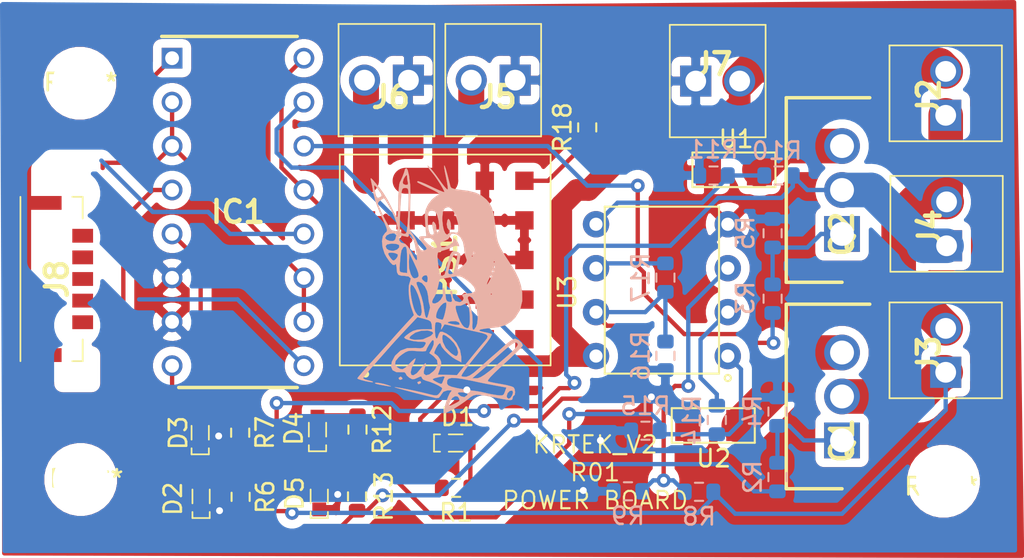
<source format=kicad_pcb>
(kicad_pcb (version 20171130) (host pcbnew "(5.1.10)-1")
  (title_block (title KRTEK_V2) (rev V01) (comment 4 "Author: William Cottier"))
  (layers (0 F.Cu signal) (31 B.Cu signal) (34 B.Paste user) (35 F.Paste user) (36 B.SilkS user) (37 F.SilkS user) (38 B.Mask user) (39 F.Mask user) (44 Edge.Cuts user))
  (net 0 "")
  (net 1 "Net-(D1-Pad2)")
  (net 2 GND)
  (net 3 "Net-(D2-Pad2)")
  (net 4 "Net-(D3-Pad2)")
  (net 5 "Net-(D4-Pad2)")
  (net 6 "Net-(D5-Pad2)")
  (net 7 PYRO1IN)
  (net 8 GNDIN)
  (net 9 PYRO2IN)
  (net 10 BUZZ1)
  (net 11 BUZZ2)
  (net 12 BUZZ2IN)
  (net 13 BUZZ1IN)
  (net 14 VCC)
  (net 15 OPTO2)
  (net 16 OPTO1)
  (net 17 PYRO1)
  (net 18 PYRO2)
  (net 19 VINSERVO2)
  (net 20 VINSERVO1)
  (net 21 "Net-(PS1-PadE1)")
  (net 22 "Net-(PS1-PadE2)")
  (net 23 "Net-(PS1-PadE5)")
  (net 24 FUSE1)
  (net 25 "Net-(Q1-Pad1)")
  (net 26 "Net-(Q2-Pad1)")
  (net 27 FUSE2)
  (net 28 AMP1)
  (net 29 AMP2)
  (net 30 "Net-(R14-Pad1)")
  (net 31 "Net-(R17-Pad1)")
  (net 32 PYROTERMIN)
  (net 33 "Net-(J8-Pad6)")
  (net 34 "Net-(J8-Pad7)")
  (module MountingHole:MountingHole_3.2mm_M3 (layer F.Cu) (at 148.5204 106.4554)
    (fp_text reference REF** (at -0.127 0.3048) (layer F.SilkS))
    (fp_text value MountingHole_3.2mm_M3)
    (pad 1 np_thru_hole circle (at 0 0) (size 3.2 3.2) (drill 3.2) (layers *.Cu *.Mask))
  )
  (module MountingHole:MountingHole_3.2mm_M3 (layer F.Cu) (at 98.584 83.443)
    (fp_text reference REF** (at 0.0508 -0.0508) (layer F.SilkS))
    (fp_text value MountingHole_3.2mm_M3)
    (pad 1 np_thru_hole circle (at 0 0) (size 3.2 3.2) (drill 3.2) (layers *.Cu *.Mask))
  )
  (module MountingHole:MountingHole_3.2mm_M3 (layer F.Cu) (at 98.6348 106.3538)
    (fp_text reference REF** (at 0.3302 -0.0508) (layer F.SilkS))
    (fp_text value MountingHole_3.2mm_M3)
    (pad 1 np_thru_hole circle (at 0 0) (size 3.2 3.2) (drill 3.2) (layers *.Cu *.Mask))
  )
  (module KRTEK_V2:b_smol_KRTEK_LOGO (layer B.Cu) (at 119.285 95.254 180)
    (fp_text reference G*** hide)
    (fp_text value LOGO hide)
  )
  (module KRTEK_V2:AS358AP-PDIP-8 (layer F.Cu) (at 132.239 95.4064 90)
    (fp_text reference U3 (at -0.127 -5.469 90) (layer F.SilkS))
    (fp_text value AS358AP)
    (pad 1 thru_hole circle (at -3.81 3.81 90) (size 1.524 1.524) (drill 0.762) (layers *.Cu *.Mask) (net 10 BUZZ1))
    (pad 2 thru_hole circle (at -1.27 3.81 90) (size 1.524 1.524) (drill 0.762) (layers *.Cu *.Mask) (net 30 "Net-(R14-Pad1)"))
    (pad 3 thru_hole circle (at 1.27 3.81 90) (size 1.524 1.524) (drill 0.762) (layers *.Cu *.Mask) (net 28 AMP1))
    (pad 4 thru_hole circle (at 3.81 3.81 90) (size 1.524 1.524) (drill 0.762) (layers *.Cu *.Mask) (net 2 GND))
    (pad 5 thru_hole circle (at 3.81 -3.81 90) (size 1.524 1.524) (drill 0.762) (layers *.Cu *.Mask) (net 29 AMP2))
    (pad 6 thru_hole circle (at 1.27 -3.81 90) (size 1.524 1.524) (drill 0.762) (layers *.Cu *.Mask) (net 31 "Net-(R17-Pad1)"))
    (pad 7 thru_hole circle (at -1.27 -3.81 90) (size 1.524 1.524) (drill 0.762) (layers *.Cu *.Mask) (net 11 BUZZ2))
    (pad 8 thru_hole circle (at -3.81 -3.81 90) (size 1.524 1.524) (drill 0.762) (layers *.Cu *.Mask) (net 14 VCC))
  )
  (module KRTEK_V2:SF-1206HH10M-2 (layer F.Cu) (at 136.4028 88.4468 180)
    (fp_text reference U1 (at -0.127 1.778) (layer F.SilkS))
    (fp_text value SF-1206HH10M-2)
    (pad 1 smd rect (at -1.475 0 180) (size 1.45 1.8) (layers F.Cu F.Paste F.Mask) (net 27 FUSE2))
    (pad 2 smd rect (at 1.475 0 180) (size 1.45 1.8) (layers F.Cu F.Paste F.Mask) (net 2 GND))
  )
  (module KRTEK_V2:SF-1206HH10M-2 (layer F.Cu) (at 135.209 103.2296 180)
    (fp_text reference U2 (at -0.0236 -1.905) (layer F.SilkS))
    (fp_text value SF-1206HH10M-2)
    (pad 2 smd rect (at 1.475 0 180) (size 1.45 1.8) (layers F.Cu F.Paste F.Mask) (net 2 GND))
    (pad 1 smd rect (at -1.475 0 180) (size 1.45 1.8) (layers F.Cu F.Paste F.Mask) (net 24 FUSE1))
  )
  (module Resistor_SMD:R_0603_1608Metric (layer F.Cu) (at 120.3386 106.8364 180)
    (fp_text reference R1 (at 0 -1.43) (layer F.SilkS))
    (fp_text value 740)
    (pad 2 smd roundrect (at 0.825 0 180) (size 0.8 0.95) (layers F.Cu F.Paste F.Mask) (net 14 VCC))
    (pad 1 smd roundrect (at -0.825 0 180) (size 0.8 0.95) (layers F.Cu F.Paste F.Mask) (net 1 "Net-(D1-Pad2)"))
  )
  (module Resistor_SMD:R_0603_1608Metric (layer B.Cu) (at 138.9192 106.2136 270)
    (fp_text reference R2 (at 0 1.43 90) (layer B.SilkS) (effects (justify mirror)))
    (fp_text value 500)
    (pad 2 smd roundrect (at 0.825 0 270) (size 0.8 0.95) (layers B.Cu B.Paste B.Mask) (net 16 OPTO1))
    (pad 1 smd roundrect (at -0.825 0 270) (size 0.8 0.95) (layers B.Cu B.Paste B.Mask) (net 25 "Net-(Q1-Pad1)"))
  )
  (module Resistor_SMD:R_0603_1608Metric (layer B.Cu) (at 138.6398 95.9012 270)
    (fp_text reference R3 (at -0.0376 1.5748 90) (layer B.SilkS) (effects (justify mirror)))
    (fp_text value 500)
    (pad 2 smd roundrect (at 0.825 0 270) (size 0.8 0.95) (layers B.Cu B.Paste B.Mask) (net 15 OPTO2))
    (pad 1 smd roundrect (at -0.825 0 270) (size 0.8 0.95) (layers B.Cu B.Paste B.Mask) (net 26 "Net-(Q2-Pad1)"))
  )
  (module Resistor_SMD:R_0603_1608Metric (layer B.Cu) (at 138.9192 102.429 270)
    (fp_text reference R4 (at 0 1.43 90) (layer B.SilkS) (effects (justify mirror)))
    (fp_text value 10k)
    (pad 1 smd roundrect (at -0.825 0 270) (size 0.8 0.95) (layers B.Cu B.Paste B.Mask) (net 2 GND))
    (pad 2 smd roundrect (at 0.825 0 270) (size 0.8 0.95) (layers B.Cu B.Paste B.Mask) (net 25 "Net-(Q1-Pad1)"))
  )
  (module Resistor_SMD:R_0603_1608Metric (layer B.Cu) (at 138.6398 92.1166 270)
    (fp_text reference R5 (at -0.0122 1.5748 90) (layer B.SilkS) (effects (justify mirror)))
    (fp_text value 10k)
    (pad 1 smd roundrect (at -0.825 0 270) (size 0.8 0.95) (layers B.Cu B.Paste B.Mask) (net 2 GND))
    (pad 2 smd roundrect (at 0.825 0 270) (size 0.8 0.95) (layers B.Cu B.Paste B.Mask) (net 26 "Net-(Q2-Pad1)"))
  )
  (module Resistor_SMD:R_0603_1608Metric (layer F.Cu) (at 107.8804 107.3566 270)
    (fp_text reference R6 (at 0 -1.43 90) (layer F.SilkS))
    (fp_text value 740)
    (pad 1 smd roundrect (at -0.825 0 270) (size 0.8 0.95) (layers F.Cu F.Paste F.Mask) (net 3 "Net-(D2-Pad2)"))
    (pad 2 smd roundrect (at 0.825 0 270) (size 0.8 0.95) (layers F.Cu F.Paste F.Mask) (net 17 PYRO1))
  )
  (module Resistor_SMD:R_0603_1608Metric (layer F.Cu) (at 107.855 103.6482 270)
    (fp_text reference R7 (at 0 -1.43 90) (layer F.SilkS))
    (fp_text value 740)
    (pad 2 smd roundrect (at 0.825 0 270) (size 0.8 0.95) (layers F.Cu F.Paste F.Mask) (net 18 PYRO2))
    (pad 1 smd roundrect (at -0.825 0 270) (size 0.8 0.95) (layers F.Cu F.Paste F.Mask) (net 4 "Net-(D3-Pad2)"))
  )
  (module Resistor_SMD:R_0603_1608Metric (layer B.Cu) (at 134.3848 107.065)
    (fp_text reference R8 (at 0 1.43) (layer B.SilkS) (effects (justify mirror)))
    (fp_text value 34k)
    (pad 2 smd roundrect (at 0.825 0) (size 0.8 0.95) (layers B.Cu B.Paste B.Mask) (net 17 PYRO1))
    (pad 1 smd roundrect (at -0.825 0) (size 0.8 0.95) (layers B.Cu B.Paste B.Mask) (net 28 AMP1))
  )
  (module Resistor_SMD:R_0603_1608Metric (layer B.Cu) (at 130.2771 107.0356)
    (fp_text reference R9 (at 0 1.43) (layer B.SilkS) (effects (justify mirror)))
    (fp_text value 68k)
    (pad 1 smd roundrect (at -0.825 0) (size 0.8 0.95) (layers B.Cu B.Paste B.Mask) (net 2 GND))
    (pad 2 smd roundrect (at 0.825 0) (size 0.8 0.95) (layers B.Cu B.Paste B.Mask) (net 28 AMP1))
  )
  (module Resistor_SMD:R_0603_1608Metric (layer B.Cu) (at 138.9822 88.777)
    (fp_text reference R10 (at -0.0884 -1.4224) (layer B.SilkS) (effects (justify mirror)))
    (fp_text value 34k)
    (pad 2 smd roundrect (at 0.825 0) (size 0.8 0.95) (layers B.Cu B.Paste B.Mask) (net 18 PYRO2))
    (pad 1 smd roundrect (at -0.825 0) (size 0.8 0.95) (layers B.Cu B.Paste B.Mask) (net 29 AMP2))
  )
  (module Resistor_SMD:R_0603_1608Metric (layer B.Cu) (at 135.224 88.777)
    (fp_text reference R11 (at -0.0132 -1.4986) (layer B.SilkS) (effects (justify mirror)))
    (fp_text value 66k)
    (pad 1 smd roundrect (at -0.825 0) (size 0.8 0.95) (layers B.Cu B.Paste B.Mask) (net 2 GND))
    (pad 2 smd roundrect (at 0.825 0) (size 0.8 0.95) (layers B.Cu B.Paste B.Mask) (net 29 AMP2))
  )
  (module Resistor_SMD:R_0603_1608Metric (layer F.Cu) (at 114.6368 103.4704 270)
    (fp_text reference R12 (at 0 -1.43 90) (layer F.SilkS))
    (fp_text value 740)
    (pad 2 smd roundrect (at 0.825 0 270) (size 0.8 0.95) (layers F.Cu F.Paste F.Mask) (net 10 BUZZ1))
    (pad 1 smd roundrect (at -0.825 0 270) (size 0.8 0.95) (layers F.Cu F.Paste F.Mask) (net 5 "Net-(D4-Pad2)"))
  )
  (module Resistor_SMD:R_0603_1608Metric (layer F.Cu) (at 114.6114 107.3312 270)
    (fp_text reference R13 (at 0.002 -1.5494 90) (layer F.SilkS))
    (fp_text value 740)
    (pad 1 smd roundrect (at -0.825 0 270) (size 0.8 0.95) (layers F.Cu F.Paste F.Mask) (net 6 "Net-(D5-Pad2)"))
    (pad 2 smd roundrect (at 0.825 0 270) (size 0.8 0.95) (layers F.Cu F.Paste F.Mask) (net 11 BUZZ2))
  )
  (module Resistor_SMD:R_0603_1608Metric (layer B.Cu) (at 135.414 102.9116 270)
    (fp_text reference R14 (at 0 1.43 90) (layer B.SilkS) (effects (justify mirror)))
    (fp_text value 10k)
    (pad 1 smd roundrect (at -0.825 0 270) (size 0.8 0.95) (layers B.Cu B.Paste B.Mask) (net 30 "Net-(R14-Pad1)"))
    (pad 2 smd roundrect (at 0.825 0 270) (size 0.8 0.95) (layers B.Cu B.Paste B.Mask) (net 10 BUZZ1))
  )
  (module Resistor_SMD:R_0603_1608Metric (layer B.Cu) (at 131.286 103.5344 180)
    (fp_text reference R15 (at 0 1.43) (layer B.SilkS) (effects (justify mirror)))
    (fp_text value 10k)
    (pad 2 smd roundrect (at 0.825 0 180) (size 0.8 0.95) (layers B.Cu B.Paste B.Mask) (net 2 GND))
    (pad 1 smd roundrect (at -0.825 0 180) (size 0.8 0.95) (layers B.Cu B.Paste B.Mask) (net 10 BUZZ1))
  )
  (module Resistor_SMD:R_0603_1608Metric (layer B.Cu) (at 132.4422 99.2032 270)
    (fp_text reference R16 (at 0 1.43 90) (layer B.SilkS) (effects (justify mirror)))
    (fp_text value 10k)
    (pad 1 smd roundrect (at -0.825 0 270) (size 0.8 0.95) (layers B.Cu B.Paste B.Mask) (net 11 BUZZ2))
    (pad 2 smd roundrect (at 0.825 0 270) (size 0.8 0.95) (layers B.Cu B.Paste B.Mask) (net 2 GND))
  )
  (module Resistor_SMD:R_0603_1608Metric (layer B.Cu) (at 132.4422 94.683 270)
    (fp_text reference R17 (at 0 1.43 90) (layer B.SilkS) (effects (justify mirror)))
    (fp_text value 10k)
    (pad 2 smd roundrect (at 0.825 0 270) (size 0.8 0.95) (layers B.Cu B.Paste B.Mask) (net 11 BUZZ2))
    (pad 1 smd roundrect (at -0.825 0 270) (size 0.8 0.95) (layers B.Cu B.Paste B.Mask) (net 31 "Net-(R17-Pad1)"))
  )
  (module Resistor_SMD:R_0603_1608Metric (layer F.Cu) (at 127.921 85.9952 90)
    (fp_text reference R18 (at 0 -1.43 90) (layer F.SilkS))
    (fp_text value 681k)
    (pad 1 smd roundrect (at -0.825 0 90) (size 0.8 0.95) (layers F.Cu F.Paste F.Mask) (net 23 "Net-(PS1-PadE5)"))
    (pad 2 smd roundrect (at 0.825 0 90) (size 0.8 0.95) (layers F.Cu F.Paste F.Mask) (net 2 GND))
  )
  (module KRTEK_V2:LED_2-SMD_No_Lead_1.7x0.8mm (layer F.Cu) (at 120.313 104.2456)
    (fp_text reference D1 (at 0.115 -1.4986) (layer F.SilkS))
    (fp_text value RED)
    (pad 2 smd rect (at 0.75 0) (size 0.8 0.8) (layers F.Cu F.Paste F.Mask) (net 1 "Net-(D1-Pad2)"))
    (pad 1 smd rect (at -0.75 0) (size 0.8 0.8) (layers F.Cu F.Paste F.Mask) (net 2 GND))
  )
  (module KRTEK_V2:LED_2-SMD_No_Lead_1.7x0.8mm (layer F.Cu) (at 105.5944 107.3324 90)
    (fp_text reference D2 (at -0.139 -1.6256 90) (layer F.SilkS))
    (fp_text value YELLOW)
    (pad 1 smd rect (at -0.75 0 90) (size 0.8 0.8) (layers F.Cu F.Paste F.Mask) (net 2 GND))
    (pad 2 smd rect (at 0.75 0 90) (size 0.8 0.8) (layers F.Cu F.Paste F.Mask) (net 3 "Net-(D2-Pad2)"))
  )
  (module KRTEK_V2:LED_2-SMD_No_Lead_1.7x0.8mm (layer F.Cu) (at 105.5436 103.6494 90)
    (fp_text reference D3 (at -0.012 -1.27 90) (layer F.SilkS))
    (fp_text value YELLOW)
    (pad 2 smd rect (at 0.75 0 90) (size 0.8 0.8) (layers F.Cu F.Paste F.Mask) (net 4 "Net-(D3-Pad2)"))
    (pad 1 smd rect (at -0.75 0 90) (size 0.8 0.8) (layers F.Cu F.Paste F.Mask) (net 2 GND))
  )
  (module KRTEK_V2:LED_2-SMD_No_Lead_1.7x0.8mm (layer F.Cu) (at 112.3254 103.4716 90)
    (fp_text reference D4 (at 0.0642 -1.3716 90) (layer F.SilkS))
    (fp_text value GREEN)
    (pad 1 smd rect (at -0.75 0 90) (size 0.8 0.8) (layers F.Cu F.Paste F.Mask) (net 2 GND))
    (pad 2 smd rect (at 0.75 0 90) (size 0.8 0.8) (layers F.Cu F.Paste F.Mask) (net 5 "Net-(D4-Pad2)"))
  )
  (module KRTEK_V2:LED_2-SMD_No_Lead_1.7x0.8mm (layer F.Cu) (at 112.427 107.3324 90)
    (fp_text reference D5 (at 0.1658 -1.4224 90) (layer F.SilkS))
    (fp_text value GREEN)
    (pad 2 smd rect (at 0.75 0 90) (size 0.8 0.8) (layers F.Cu F.Paste F.Mask) (net 6 "Net-(D5-Pad2)"))
    (pad 1 smd rect (at -0.75 0 90) (size 0.8 0.8) (layers F.Cu F.Paste F.Mask) (net 2 GND))
  )
  (module KRTEK_V2:DIP762W60P254L2030H430Q16N (layer F.Cu) (at 107.728 90.8852)
    (fp_text reference IC1 (at 0 0) (layer F.SilkS) (effects (font (size 1.27 1.27) (thickness 0.254))))
    (fp_text value ILQ30 hide)
    (pad 1 thru_hole rect (at -3.81 -8.89) (size 1.2 1.2) (drill 0.8) (layers *.Cu *.Mask) (net 7 PYRO1IN))
    (pad 2 thru_hole circle (at -3.81 -6.35) (size 1.2 1.2) (drill 0.8) (layers *.Cu *.Mask) (net 8 GNDIN))
    (pad 3 thru_hole circle (at -3.81 -3.81) (size 1.2 1.2) (drill 0.8) (layers *.Cu *.Mask) (net 8 GNDIN))
    (pad 4 thru_hole circle (at -3.81 -1.27) (size 1.2 1.2) (drill 0.8) (layers *.Cu *.Mask) (net 9 PYRO2IN))
    (pad 5 thru_hole circle (at -3.81 1.27) (size 1.2 1.2) (drill 0.8) (layers *.Cu *.Mask) (net 10 BUZZ1))
    (pad 6 thru_hole circle (at -3.81 3.81) (size 1.2 1.2) (drill 0.8) (layers *.Cu *.Mask) (net 2 GND))
    (pad 7 thru_hole circle (at -3.81 6.35) (size 1.2 1.2) (drill 0.8) (layers *.Cu *.Mask) (net 2 GND))
    (pad 8 thru_hole circle (at -3.81 8.89) (size 1.2 1.2) (drill 0.8) (layers *.Cu *.Mask) (net 11 BUZZ2))
    (pad 9 thru_hole circle (at 3.81 8.89) (size 1.2 1.2) (drill 0.8) (layers *.Cu *.Mask) (net 13 BUZZ1IN))
    (pad 10 thru_hole circle (at 3.81 6.35) (size 1.2 1.2) (drill 0.8) (layers *.Cu *.Mask) (net 8 GNDIN))
    (pad 11 thru_hole circle (at 3.81 3.81) (size 1.2 1.2) (drill 0.8) (layers *.Cu *.Mask) (net 8 GNDIN))
    (pad 12 thru_hole circle (at 3.81 1.27) (size 1.2 1.2) (drill 0.8) (layers *.Cu *.Mask) (net 12 BUZZ2IN))
    (pad 13 thru_hole circle (at 3.81 -1.27) (size 1.2 1.2) (drill 0.8) (layers *.Cu *.Mask) (net 14 VCC))
    (pad 14 thru_hole circle (at 3.81 -3.81) (size 1.2 1.2) (drill 0.8) (layers *.Cu *.Mask) (net 15 OPTO2))
    (pad 15 thru_hole circle (at 3.81 -6.35) (size 1.2 1.2) (drill 0.8) (layers *.Cu *.Mask) (net 16 OPTO1))
    (pad 16 thru_hole circle (at 3.81 -8.89) (size 1.2 1.2) (drill 0.8) (layers *.Cu *.Mask) (net 14 VCC))
  )
  (module KRTEK_V2:282834-2_1 (layer F.Cu) (at 148.6474 85.2972 90)
    (fp_text reference J2 (at 1.016 -0.976 90) (layer F.SilkS) (effects (font (size 1.27 1.27) (thickness 0.254))))
    (fp_text value ARM hide)
    (pad 1 thru_hole rect (at 0 0 90) (size 1.8 1.8) (drill 1.2) (layers *.Cu *.Mask) (net 32 PYROTERMIN))
    (pad 2 thru_hole circle (at 2.54 0 90) (size 1.8 1.8) (drill 1.2) (layers *.Cu *.Mask) (net 14 VCC))
  )
  (module KRTEK_V2:282834-2_1 (layer F.Cu) (at 148.6474 100.1562 90)
    (fp_text reference J3 (at 1.016 -0.976 90) (layer F.SilkS) (effects (font (size 1.27 1.27) (thickness 0.254))))
    (fp_text value Pyro1 hide)
    (pad 2 thru_hole circle (at 2.54 0 90) (size 1.8 1.8) (drill 1.2) (layers *.Cu *.Mask) (net 32 PYROTERMIN))
    (pad 1 thru_hole rect (at 0 0 90) (size 1.8 1.8) (drill 1.2) (layers *.Cu *.Mask) (net 17 PYRO1))
  )
  (module KRTEK_V2:282834-2_1 (layer F.Cu) (at 148.6982 92.841 90)
    (fp_text reference J4 (at 1.016 -0.976 90) (layer F.SilkS) (effects (font (size 1.27 1.27) (thickness 0.254))))
    (fp_text value Pyro2 hide)
    (pad 1 thru_hole rect (at 0 0 90) (size 1.8 1.8) (drill 1.2) (layers *.Cu *.Mask) (net 18 PYRO2))
    (pad 2 thru_hole circle (at 2.54 0 90) (size 1.8 1.8) (drill 1.2) (layers *.Cu *.Mask) (net 32 PYROTERMIN))
  )
  (module KRTEK_V2:282834-2_1 (layer F.Cu) (at 123.7554 83.2652 180)
    (fp_text reference J5 (at 1.016 -0.976) (layer F.SilkS) (effects (font (size 1.27 1.27) (thickness 0.254))))
    (fp_text value Servo2 hide)
    (pad 2 thru_hole circle (at 2.54 0 180) (size 1.8 1.8) (drill 1.2) (layers *.Cu *.Mask) (net 19 VINSERVO2))
    (pad 1 thru_hole rect (at 0 0 180) (size 1.8 1.8) (drill 1.2) (layers *.Cu *.Mask) (net 2 GND))
  )
  (module KRTEK_V2:282834-2_1 (layer F.Cu) (at 117.5832 83.2652 180)
    (fp_text reference J6 (at 1.016 -0.976) (layer F.SilkS) (effects (font (size 1.27 1.27) (thickness 0.254))))
    (fp_text value Servo1 hide)
    (pad 1 thru_hole rect (at 0 0 180) (size 1.8 1.8) (drill 1.2) (layers *.Cu *.Mask) (net 2 GND))
    (pad 2 thru_hole circle (at 2.54 0 180) (size 1.8 1.8) (drill 1.2) (layers *.Cu *.Mask) (net 20 VINSERVO1))
  )
  (module KRTEK_V2:282834-2_1 (layer F.Cu) (at 134.1948 83.316)
    (fp_text reference J7 (at 1.016 -0.976) (layer F.SilkS) (effects (font (size 1.27 1.27) (thickness 0.254))))
    (fp_text value Batt hide)
    (pad 2 thru_hole circle (at 2.54 0) (size 1.8 1.8) (drill 1.2) (layers *.Cu *.Mask) (net 14 VCC))
    (pad 1 thru_hole rect (at 0 0) (size 1.8 1.8) (drill 1.2) (layers *.Cu *.Mask) (net 2 GND))
  )
  (module KRTEK_V2:RPM5060 (layer F.Cu) (at 119.7088 93.6618 90)
    (fp_text reference PS1 (at -0.303 0 90) (layer F.SilkS) (effects (font (size 1.27 1.27) (thickness 0.254))))
    (fp_text value RPM5.0-6.0 hide)
    (pad A1 smd rect (at -4.58 -4.58 180) (size 1.06 1.06) (layers F.Cu F.Paste F.Mask) (net 14 VCC))
    (pad A2 smd rect (at -2.29 -4.58 180) (size 1.06 1.06) (layers F.Cu F.Paste F.Mask) (net 14 VCC))
    (pad A3 smd rect (at 0 -4.58 180) (size 1.06 1.06) (layers F.Cu F.Paste F.Mask) (net 2 GND))
    (pad A4 smd rect (at 2.29 -4.58 180) (size 1.06 1.06) (layers F.Cu F.Paste F.Mask) (net 2 GND))
    (pad A5 smd rect (at 4.58 -4.58 180) (size 1.06 1.06) (layers F.Cu F.Paste F.Mask) (net 20 VINSERVO1))
    (pad B1 smd rect (at -4.58 -2.29 180) (size 1.06 1.06) (layers F.Cu F.Paste F.Mask) (net 2 GND))
    (pad B2 smd rect (at -2.29 -2.29 180) (size 1.06 1.06) (layers F.Cu F.Paste F.Mask) (net 2 GND))
    (pad B3 smd rect (at 0 -2.29 180) (size 1.06 1.06) (layers F.Cu F.Paste F.Mask) (net 2 GND))
    (pad B4 smd rect (at 2.29 -2.29 180) (size 1.06 1.06) (layers F.Cu F.Paste F.Mask) (net 2 GND))
    (pad B5 smd rect (at 4.58 -2.29 180) (size 1.06 1.06) (layers F.Cu F.Paste F.Mask) (net 19 VINSERVO2))
    (pad C1 smd rect (at -4.58 0 180) (size 1.06 1.06) (layers F.Cu F.Paste F.Mask) (net 14 VCC))
    (pad C2 smd rect (at -2.29 0 180) (size 1.06 1.06) (layers F.Cu F.Paste F.Mask) (net 2 GND))
    (pad C3 smd rect (at 0 0 180) (size 1.06 1.06) (layers F.Cu F.Paste F.Mask) (net 2 GND))
    (pad C4 smd rect (at 2.29 0 180) (size 1.06 1.06) (layers F.Cu F.Paste F.Mask) (net 2 GND))
    (pad C5 smd rect (at 4.58 0 180) (size 1.06 1.06) (layers F.Cu F.Paste F.Mask) (net 19 VINSERVO2))
    (pad D1 smd rect (at -4.58 2.29 180) (size 1.06 1.06) (layers F.Cu F.Paste F.Mask) (net 14 VCC))
    (pad D2 smd rect (at -2.29 2.29 180) (size 1.06 1.06) (layers F.Cu F.Paste F.Mask) (net 2 GND))
    (pad D3 smd rect (at 0 2.29 180) (size 1.06 1.06) (layers F.Cu F.Paste F.Mask) (net 2 GND))
    (pad D4 smd rect (at 2.29 2.29 180) (size 1.06 1.06) (layers F.Cu F.Paste F.Mask) (net 2 GND))
    (pad D5 smd rect (at 4.58 2.29 180) (size 1.06 1.06) (layers F.Cu F.Paste F.Mask) (net 2 GND))
    (pad E1 smd rect (at -4.58 4.58 180) (size 1.06 1.06) (layers F.Cu F.Paste F.Mask) (net 21 "Net-(PS1-PadE1)"))
    (pad E2 smd rect (at -2.29 4.58 180) (size 1.06 1.06) (layers F.Cu F.Paste F.Mask) (net 22 "Net-(PS1-PadE2)"))
    (pad E3 smd rect (at 0 4.58 180) (size 1.06 1.06) (layers F.Cu F.Paste F.Mask) (net 2 GND))
    (pad E4 smd rect (at 2.29 4.58 180) (size 1.06 1.06) (layers F.Cu F.Paste F.Mask) (net 2 GND))
    (pad E5 smd rect (at 4.58 4.58 180) (size 1.06 1.06) (layers F.Cu F.Paste F.Mask) (net 23 "Net-(PS1-PadE5)"))
  )
  (module KRTEK_V2:TO254P483X1016X1994-3P (layer F.Cu) (at 142.653 104.0932 90)
    (fp_text reference Q1 (at 0 0 90) (layer F.SilkS) (effects (font (size 1.27 1.27) (thickness 0.254))))
    (fp_text value IRL40B212 hide)
    (pad 3 thru_hole circle (at 5.08 0 90) (size 2.07 2.07) (drill 1.38) (layers *.Cu *.Mask) (net 24 FUSE1))
    (pad 2 thru_hole circle (at 2.54 0 90) (size 2.07 2.07) (drill 1.38) (layers *.Cu *.Mask) (net 17 PYRO1))
    (pad 1 thru_hole rect (at 0 0 90) (size 2.07 2.07) (drill 1.38) (layers *.Cu *.Mask) (net 25 "Net-(Q1-Pad1)"))
  )
  (module KRTEK_V2:TO254P483X1016X1994-3P (layer F.Cu) (at 142.653 92.1552 90)
    (fp_text reference Q2 (at 0 0 90) (layer F.SilkS) (effects (font (size 1.27 1.27) (thickness 0.254))))
    (fp_text value IRL40B212 hide)
    (pad 1 thru_hole rect (at 0 0 90) (size 2.07 2.07) (drill 1.38) (layers *.Cu *.Mask) (net 26 "Net-(Q2-Pad1)"))
    (pad 2 thru_hole circle (at 2.54 0 90) (size 2.07 2.07) (drill 1.38) (layers *.Cu *.Mask) (net 18 PYRO2))
    (pad 3 thru_hole circle (at 5.08 0 90) (size 2.07 2.07) (drill 1.38) (layers *.Cu *.Mask) (net 27 FUSE2))
  )
  (module EXTENSION:5055670571 (layer F.Cu) (at 96.94824 94.76124 90)
    (fp_text reference J8 (at 0 0.3 90) (layer F.SilkS) (effects (font (size 1.27 1.27) (thickness 0.254))))
    (fp_text value EXTIN hide)
    (pad 1 smd rect (at -2.5 1.8 90) (size 0.8 1.2) (layers F.Cu F.Paste F.Mask) (net 7 PYRO1IN))
    (pad 2 smd rect (at -1.25 1.8 90) (size 0.8 1.2) (layers F.Cu F.Paste F.Mask) (net 9 PYRO2IN))
    (pad 3 smd rect (at 0 1.8 90) (size 0.8 1.2) (layers F.Cu F.Paste F.Mask) (net 13 BUZZ1IN))
    (pad 4 smd rect (at 1.25 1.8 90) (size 0.8 1.2) (layers F.Cu F.Paste F.Mask) (net 12 BUZZ2IN))
    (pad 5 smd rect (at 2.5 1.8 90) (size 0.8 1.2) (layers F.Cu F.Paste F.Mask) (net 8 GNDIN))
    (pad 6 smd rect (at -4.4 -0.495 90) (size 0.8 2.15) (layers F.Cu F.Paste F.Mask) (net 33 "Net-(J8-Pad6)"))
    (pad 7 smd rect (at 4.4 -0.495 90) (size 0.8 2.15) (layers F.Cu F.Paste F.Mask) (net 34 "Net-(J8-Pad7)"))
  )
  (gr_text "KRTEK_V2\nR01\nPOWER BOARD" (at 128.3782 105.9474) (layer F.SilkS) (effects (font (size 1 1) (thickness 0.125))))
  (segment (start 121.1636 104.3462) (end 121.063 104.2456) (width 0.25) (layer F.Cu) (net 1))
  (segment (start 121.1636 106.8364) (end 121.1636 104.3462) (width 0.25) (layer F.Cu) (net 1))
  (via (at 106.6104 103.8392) (size 0.8) (drill 0.4) (layers F.Cu B.Cu) (net 2))
  (via (at 106.6612 108.1572) (size 0.8) (drill 0.4) (layers F.Cu B.Cu) (net 2))
  (via (at 131.6294 101.5786) (size 0.8) (drill 0.4) (layers F.Cu B.Cu) (net 2))
  (via (at 128.683 104.0932) (size 0.8) (drill 0.4) (layers F.Cu B.Cu) (net 2))
  (via (at 127.6924 106.9888) (size 0.8) (drill 0.4) (layers F.Cu B.Cu) (net 2))
  (via (at 120.9614 101.1722) (size 0.8) (drill 0.4) (layers F.Cu B.Cu) (net 2))
  (via (at 113.4938 107.2174) (size 0.8) (drill 0.4) (layers F.Cu B.Cu) (net 2))
  (segment (start 113.4938 107.2174) (end 113.4938 107.7) (width 0.25) (layer F.Cu) (net 2))
  (segment (start 113.1114 108.0824) (end 112.427 108.0824) (width 0.25) (layer F.Cu) (net 2))
  (segment (start 113.4938 107.7) (end 113.1114 108.0824) (width 0.25) (layer F.Cu) (net 2))
  (segment (start 107.8296 106.5824) (end 107.8804 106.5316) (width 0.25) (layer F.Cu) (net 3))
  (segment (start 105.5944 106.5824) (end 107.8296 106.5824) (width 0.25) (layer F.Cu) (net 3))
  (segment (start 107.7788 102.8994) (end 107.855 102.8232) (width 0.25) (layer F.Cu) (net 4))
  (segment (start 105.5436 102.8994) (end 107.7788 102.8994) (width 0.25) (layer F.Cu) (net 4))
  (segment (start 112.4016 102.6454) (end 112.3254 102.7216) (width 0.25) (layer F.Cu) (net 5))
  (segment (start 114.6368 102.6454) (end 112.4016 102.6454) (width 0.25) (layer F.Cu) (net 5))
  (segment (start 114.5352 106.5824) (end 114.6114 106.5062) (width 0.25) (layer F.Cu) (net 6))
  (segment (start 112.427 106.5824) (end 114.5352 106.5824) (width 0.25) (layer F.Cu) (net 6))
  (segment (start 103.4608 81.9952) (end 103.918 81.9952) (width 0.25) (layer F.Cu) (net 7))
  (segment (start 103.918 81.9952) (end 102.5718 83.3414) (width 0.25) (layer F.Cu) (net 7))
  (segment (start 102.5718 83.3414) (end 102.5718 86.1354) (width 0.25) (layer F.Cu) (net 7))
  (segment (start 102.5718 86.1354) (end 101.3018 87.4054) (width 0.25) (layer F.Cu) (net 7))
  (segment (start 102.9528 88.0404) (end 103.918 87.0752) (width 0.25) (layer F.Cu) (net 8))
  (segment (start 99.9048 88.0404) (end 102.9528 88.0404) (width 0.25) (layer F.Cu) (net 8))
  (segment (start 103.918 84.5352) (end 103.918 87.0752) (width 0.25) (layer F.Cu) (net 8))
  (segment (start 111.538 94.6952) (end 103.918 87.0752) (width 0.25) (layer F.Cu) (net 8))
  (segment (start 111.538 97.2352) (end 111.538 94.6952) (width 0.25) (layer F.Cu) (net 8))
  (segment (start 99.9048 88.3452) (end 99.9048 88.0404) (width 0.25) (layer F.Cu) (net 8))
  (segment (start 101.0986 91.317) (end 102.8004 89.6152) (width 0.25) (layer F.Cu) (net 9))
  (segment (start 100.4128 97.4384) (end 101.0986 96.7526) (width 0.25) (layer F.Cu) (net 9))
  (segment (start 101.0986 95.8382) (end 101.0986 91.317) (width 0.25) (layer F.Cu) (net 9))
  (segment (start 102.8004 89.6152) (end 103.918 89.6152) (width 0.25) (layer F.Cu) (net 9))
  (segment (start 101.0986 96.7526) (end 101.0986 95.8382) (width 0.25) (layer F.Cu) (net 9))
  (segment (start 132.3132 103.7366) (end 132.111 103.5344) (width 0.25) (layer B.Cu) (net 10))
  (segment (start 135.414 103.7366) (end 132.3132 103.7366) (width 0.25) (layer B.Cu) (net 10))
  (segment (start 135.414 103.7366) (end 136.1262 103.7366) (width 0.25) (layer B.Cu) (net 10))
  (segment (start 136.810999 99.978399) (end 136.049 99.2164) (width 0.25) (layer B.Cu) (net 10))
  (segment (start 136.810999 103.051801) (end 136.810999 99.978399) (width 0.25) (layer B.Cu) (net 10))
  (segment (start 136.1262 103.7366) (end 136.810999 103.051801) (width 0.25) (layer B.Cu) (net 10))
  (segment (start 114.6368 104.2954) (end 114.6368 104.4488) (width 0.25) (layer F.Cu) (net 10))
  (segment (start 114.6368 104.4488) (end 113.5446 105.541) (width 0.25) (layer F.Cu) (net 10))
  (segment (start 104.6292 105.541) (end 104.4006 105.3124) (width 0.25) (layer F.Cu) (net 10))
  (segment (start 113.5446 105.541) (end 104.6292 105.541) (width 0.25) (layer F.Cu) (net 10))
  (segment (start 104.4006 105.3124) (end 104.4006 101.477) (width 0.25) (layer F.Cu) (net 10))
  (segment (start 104.4006 101.477) (end 105.569 100.3086) (width 0.25) (layer F.Cu) (net 10))
  (segment (start 105.569 93.8062) (end 103.918 92.1552) (width 0.25) (layer F.Cu) (net 10))
  (segment (start 105.569 100.3086) (end 105.569 93.8062) (width 0.25) (layer F.Cu) (net 10))
  (segment (start 132.111 103.5344) (end 132.111 103.0508) (width 0.25) (layer B.Cu) (net 10))
  (segment (start 132.111 103.0508) (end 131.6294 102.5692) (width 0.25) (layer B.Cu) (net 10))
  (segment (start 131.6294 102.5692) (end 126.8796 102.5692) (width 0.25) (layer B.Cu) (net 10))
  (segment (start 126.8796 102.5692) (end 126.8796 102.5692) (width 0.25) (layer B.Cu) (net 10))
  (via (at 126.8796 102.5692) (size 0.8) (drill 0.4) (layers F.Cu B.Cu) (net 10))
  (segment (start 126.8796 102.5692) (end 126.8796 104.2964) (width 0.25) (layer F.Cu) (net 10))
  (segment (start 126.8796 104.2964) (end 122.6378 108.5382) (width 0.25) (layer F.Cu) (net 10))
  (segment (start 122.6378 108.5382) (end 119.0056 108.5382) (width 0.25) (layer F.Cu) (net 10))
  (segment (start 119.0056 108.5382) (end 116.9228 106.4554) (width 0.25) (layer F.Cu) (net 10))
  (segment (start 116.9228 106.4554) (end 116.9228 105.5156) (width 0.25) (layer F.Cu) (net 10))
  (segment (start 115.7026 104.2954) (end 114.6368 104.2954) (width 0.25) (layer F.Cu) (net 10))
  (segment (start 116.9228 105.5156) (end 115.7026 104.2954) (width 0.25) (layer F.Cu) (net 10))
  (via (at 116.0846 107.2682) (size 0.8) (drill 0.4) (layers F.Cu B.Cu) (net 11))
  (segment (start 132.4422 98.3782) (end 132.4422 95.508) (width 0.25) (layer B.Cu) (net 11))
  (segment (start 131.2738 96.6764) (end 132.4422 95.508) (width 0.25) (layer B.Cu) (net 11))
  (segment (start 128.429 96.6764) (end 131.2738 96.6764) (width 0.25) (layer B.Cu) (net 11))
  (segment (start 103.918 99.7752) (end 103.918 108.6398) (width 0.25) (layer F.Cu) (net 11))
  (segment (start 103.918 108.6398) (end 104.6292 109.351) (width 0.25) (layer F.Cu) (net 11))
  (segment (start 113.4166 109.351) (end 114.6114 108.1562) (width 0.25) (layer F.Cu) (net 11))
  (segment (start 104.6292 109.351) (end 113.4166 109.351) (width 0.25) (layer F.Cu) (net 11))
  (segment (start 115.1966 108.1562) (end 116.0846 107.2682) (width 0.25) (layer F.Cu) (net 11))
  (segment (start 114.6114 108.1562) (end 115.1966 108.1562) (width 0.25) (layer F.Cu) (net 11))
  (segment (start 116.0846 107.2682) (end 119.3612 107.2682) (width 0.25) (layer B.Cu) (net 11))
  (segment (start 119.3612 107.2682) (end 123.6792 102.9502) (width 0.25) (layer B.Cu) (net 11))
  (segment (start 123.6792 102.9502) (end 123.6792 102.9502) (width 0.25) (layer B.Cu) (net 11))
  (segment (start 128.81 96.6764) (end 128.429 96.6764) (width 0.25) (layer F.Cu) (net 11))
  (via (at 123.6792 102.9502) (size 0.8) (drill 0.4) (layers F.Cu B.Cu) (net 11))
  (segment (start 125.2032 102.9502) (end 123.6792 102.9502) (width 0.25) (layer F.Cu) (net 11))
  (segment (start 130.3848 101.6802) (end 126.4732 101.6802) (width 0.25) (layer F.Cu) (net 11))
  (segment (start 131.2992 100.7658) (end 130.3848 101.6802) (width 0.25) (layer F.Cu) (net 11))
  (segment (start 131.2992 98.2512) (end 131.2992 100.7658) (width 0.25) (layer F.Cu) (net 11))
  (segment (start 130.5118 97.4638) (end 131.2992 98.2512) (width 0.25) (layer F.Cu) (net 11))
  (segment (start 126.4732 101.6802) (end 125.2032 102.9502) (width 0.25) (layer F.Cu) (net 11))
  (segment (start 129.064 97.4638) (end 130.5118 97.4638) (width 0.25) (layer F.Cu) (net 11))
  (segment (start 128.429 96.8288) (end 129.064 97.4638) (width 0.25) (layer F.Cu) (net 11))
  (segment (start 128.429 96.6764) (end 128.429 96.8288) (width 0.25) (layer F.Cu) (net 11))
  (segment (start 107.2708 92.1552) (end 111.538 92.1552) (width 0.25) (layer B.Cu) (net 12))
  (segment (start 102.8004 90.8852) (end 106.0008 90.8852) (width 0.25) (layer B.Cu) (net 12))
  (segment (start 99.8286 87.9134) (end 102.8004 90.8852) (width 0.25) (layer B.Cu) (net 12))
  (segment (start 106.0008 90.8852) (end 107.2708 92.1552) (width 0.25) (layer B.Cu) (net 12))
  (segment (start 107.7026 95.9398) (end 102.013 95.9398) (width 0.25) (layer B.Cu) (net 13))
  (segment (start 111.538 99.7752) (end 107.7026 95.9398) (width 0.25) (layer B.Cu) (net 13))
  (segment (start 136.7348 83.316) (end 137.6492 82.4016) (width 2) (layer F.Cu) (net 14))
  (segment (start 148.2918 82.4016) (end 148.6474 82.7572) (width 2) (layer F.Cu) (net 14))
  (segment (start 137.6492 82.4016) (end 148.2918 82.4016) (width 2) (layer F.Cu) (net 14))
  (segment (start 115.1288 95.9518) (end 114.9536 95.9518) (width 0.25) (layer F.Cu) (net 14))
  (segment (start 114.9536 95.9518) (end 113.2144 94.2126) (width 0.25) (layer F.Cu) (net 14))
  (segment (start 113.2144 91.2916) (end 111.538 89.6152) (width 0.25) (layer F.Cu) (net 14))
  (segment (start 113.2144 94.2126) (end 113.2144 91.2916) (width 0.25) (layer F.Cu) (net 14))
  (segment (start 111.538 81.9952) (end 110.2426 83.2906) (width 0.25) (layer F.Cu) (net 14))
  (segment (start 110.2426 88.3198) (end 111.538 89.6152) (width 0.25) (layer F.Cu) (net 14))
  (segment (start 110.2426 83.2906) (end 110.2426 88.3198) (width 0.25) (layer F.Cu) (net 14))
  (segment (start 119.7088 98.2418) (end 119.7088 101.4088) (width 0.25) (layer F.Cu) (net 14))
  (segment (start 119.7088 101.4088) (end 118.269 102.8486) (width 0.25) (layer F.Cu) (net 14))
  (segment (start 118.269 105.5918) (end 119.5136 106.8364) (width 0.25) (layer F.Cu) (net 14))
  (segment (start 118.269 102.8486) (end 118.269 105.5918) (width 0.25) (layer F.Cu) (net 14))
  (segment (start 136.7348 83.316) (end 136.7348 84.5606) (width 1.25) (layer F.Cu) (net 14))
  (segment (start 136.7348 84.5606) (end 135.4394 85.856) (width 1.25) (layer F.Cu) (net 14))
  (segment (start 135.4394 85.856) (end 131.7564 85.856) (width 1.25) (layer F.Cu) (net 14))
  (segment (start 131.7564 85.856) (end 127.9972 89.6152) (width 1.25) (layer F.Cu) (net 14))
  (segment (start 127.9972 89.6152) (end 127.3114 89.6152) (width 1.25) (layer F.Cu) (net 14))
  (segment (start 127.3114 89.6152) (end 126.4224 90.5042) (width 1.25) (layer F.Cu) (net 14))
  (segment (start 126.4224 90.5042) (end 126.4224 97.794) (width 1.25) (layer F.Cu) (net 14))
  (segment (start 127.8448 99.2164) (end 128.429 99.2164) (width 1.25) (layer F.Cu) (net 14))
  (segment (start 126.4224 97.794) (end 127.8448 99.2164) (width 1.25) (layer F.Cu) (net 14))
  (segment (start 128.429 99.2164) (end 126.5494 99.2164) (width 1.25) (layer F.Cu) (net 14))
  (segment (start 126.5494 99.2164) (end 125.9652 99.8006) (width 1.25) (layer F.Cu) (net 14))
  (segment (start 125.9652 99.8006) (end 122.4092 99.8006) (width 1.25) (layer F.Cu) (net 14))
  (segment (start 121.9988 99.3902) (end 121.9988 98.2418) (width 1.25) (layer F.Cu) (net 14))
  (segment (start 122.4092 99.8006) (end 121.9988 99.3902) (width 1.25) (layer F.Cu) (net 14))
  (segment (start 121.9988 98.2418) (end 119.7088 98.2418) (width 1.25) (layer F.Cu) (net 14))
  (segment (start 115.1288 98.2418) (end 115.1288 98.921) (width 1.25) (layer F.Cu) (net 14))
  (segment (start 115.1288 98.921) (end 116.1608 99.953) (width 1.25) (layer F.Cu) (net 14))
  (segment (start 116.1608 99.953) (end 118.8024 99.953) (width 1.25) (layer F.Cu) (net 14))
  (segment (start 119.7088 99.0466) (end 119.7088 98.2418) (width 1.25) (layer F.Cu) (net 14))
  (segment (start 118.8024 99.953) (end 119.7088 99.0466) (width 1.25) (layer F.Cu) (net 14))
  (segment (start 115.1288 98.2418) (end 115.1288 95.9518) (width 1.25) (layer F.Cu) (net 14))
  (via (at 138.6906 98.4544) (size 0.8) (drill 0.4) (layers F.Cu B.Cu) (net 15))
  (segment (start 138.6906 96.777) (end 138.6398 96.7262) (width 0.25) (layer B.Cu) (net 15))
  (segment (start 138.6398 98.4036) (end 138.6906 98.4544) (width 0.25) (layer B.Cu) (net 15))
  (segment (start 138.6398 96.7262) (end 138.6398 98.4036) (width 0.25) (layer B.Cu) (net 15))
  (segment (start 138.6906 98.4544) (end 137.7508 98.4544) (width 0.25) (layer F.Cu) (net 15))
  (segment (start 137.7508 98.4544) (end 137.2428 97.9464) (width 0.25) (layer F.Cu) (net 15))
  (segment (start 133.5344 97.9464) (end 131.1976 95.6096) (width 0.25) (layer F.Cu) (net 15))
  (segment (start 137.2428 97.9464) (end 133.5344 97.9464) (width 0.25) (layer F.Cu) (net 15))
  (segment (start 131.1976 94.387002) (end 130.842 94.031402) (width 0.25) (layer F.Cu) (net 15))
  (segment (start 131.1976 95.6096) (end 131.1976 94.387002) (width 0.25) (layer F.Cu) (net 15))
  (segment (start 130.842 94.031402) (end 130.842 89.3612) (width 0.25) (layer F.Cu) (net 15))
  (segment (start 130.842 89.3612) (end 130.842 89.3612) (width 0.25) (layer F.Cu) (net 15))
  (via (at 130.842 89.3612) (size 0.8) (drill 0.4) (layers F.Cu B.Cu) (net 15))
  (segment (start 111.538 87.0752) (end 125.635 87.0752) (width 0.25) (layer B.Cu) (net 15))
  (segment (start 127.921 89.3612) (end 130.842 89.3612) (width 0.25) (layer B.Cu) (net 15))
  (segment (start 125.635 87.0752) (end 127.921 89.3612) (width 0.25) (layer B.Cu) (net 15))
  (segment (start 111.538 84.5352) (end 109.9632 86.11) (width 0.25) (layer B.Cu) (net 16))
  (segment (start 109.9632 86.11) (end 109.9632 87.4562) (width 0.25) (layer B.Cu) (net 16))
  (segment (start 109.9632 87.4562) (end 110.8268 88.3198) (width 0.25) (layer B.Cu) (net 16))
  (segment (start 110.8268 88.3198) (end 113.8748 88.3198) (width 0.25) (layer B.Cu) (net 16))
  (segment (start 113.8748 88.3198) (end 125.2032 99.6482) (width 0.25) (layer B.Cu) (net 16))
  (segment (start 125.2032 99.6482) (end 125.2032 103.2804) (width 0.25) (layer B.Cu) (net 16))
  (segment (start 125.2032 103.2804) (end 127.3876 105.4648) (width 0.25) (layer B.Cu) (net 16))
  (segment (start 127.3876 105.4648) (end 135.9982 105.4648) (width 0.25) (layer B.Cu) (net 16))
  (segment (start 137.572 107.0386) (end 138.9192 107.0386) (width 0.25) (layer B.Cu) (net 16))
  (segment (start 135.9982 105.4648) (end 137.572 107.0386) (width 0.25) (layer B.Cu) (net 16))
  (segment (start 148.6474 100.1562) (end 148.495 100.1562) (width 2) (layer F.Cu) (net 17))
  (segment (start 147.098 101.5532) (end 142.653 101.5532) (width 2) (layer F.Cu) (net 17))
  (segment (start 148.495 100.1562) (end 147.098 101.5532) (width 2) (layer F.Cu) (net 17))
  (segment (start 142.653 101.5532) (end 141.8402 101.5532) (width 0.25) (layer F.Cu) (net 17))
  (segment (start 148.6474 100.1562) (end 148.6474 102.3406) (width 0.25) (layer B.Cu) (net 17))
  (segment (start 148.6474 102.3406) (end 142.653 108.335) (width 0.25) (layer B.Cu) (net 17))
  (segment (start 136.4798 108.335) (end 135.2098 107.065) (width 0.25) (layer B.Cu) (net 17))
  (segment (start 142.653 108.335) (end 136.4798 108.335) (width 0.25) (layer B.Cu) (net 17))
  (segment (start 135.2098 107.065) (end 135.2098 107.3962) (width 0.25) (layer B.Cu) (net 17))
  (segment (start 135.2098 107.3962) (end 134.3218 108.2842) (width 0.25) (layer B.Cu) (net 17))
  (segment (start 134.3218 108.2842) (end 110.8522 108.2842) (width 0.25) (layer B.Cu) (net 17))
  (segment (start 110.8522 108.2842) (end 110.6744 108.2842) (width 0.25) (layer B.Cu) (net 17))
  (via (at 110.8522 108.2842) (size 0.8) (drill 0.4) (layers F.Cu B.Cu) (net 17))
  (segment (start 110.7496 108.1816) (end 110.8522 108.2842) (width 0.25) (layer F.Cu) (net 17))
  (segment (start 107.8804 108.1816) (end 110.7496 108.1816) (width 0.25) (layer F.Cu) (net 17))
  (via (at 127.1844 100.7658) (size 0.8) (drill 0.4) (layers F.Cu B.Cu) (net 18))
  (segment (start 139.8072 88.777) (end 139.8072 89.2606) (width 0.25) (layer B.Cu) (net 18))
  (segment (start 148.6982 92.841) (end 147.3774 92.841) (width 2) (layer B.Cu) (net 18))
  (segment (start 144.343002 89.6152) (end 142.653 89.6152) (width 2) (layer B.Cu) (net 18))
  (segment (start 147.3774 92.649598) (end 144.343002 89.6152) (width 2) (layer B.Cu) (net 18))
  (segment (start 147.3774 92.841) (end 147.3774 92.649598) (width 2) (layer B.Cu) (net 18))
  (segment (start 140.6454 89.6152) (end 139.8072 88.777) (width 0.25) (layer B.Cu) (net 18))
  (segment (start 142.653 89.6152) (end 140.6454 89.6152) (width 0.25) (layer B.Cu) (net 18))
  (segment (start 121.952 102.3914) (end 121.952 102.3914) (width 0.25) (layer F.Cu) (net 18))
  (via (at 121.952 102.3914) (size 0.8) (drill 0.4) (layers F.Cu B.Cu) (net 18))
  (segment (start 121.952 102.3914) (end 117.0498 102.3914) (width 0.25) (layer B.Cu) (net 18))
  (segment (start 117.0498 102.3914) (end 116.5926 101.9342) (width 0.25) (layer B.Cu) (net 18))
  (segment (start 116.5926 101.9342) (end 109.9632 101.9342) (width 0.25) (layer B.Cu) (net 18))
  (segment (start 109.9632 101.9342) (end 109.9632 101.9342) (width 0.25) (layer B.Cu) (net 18))
  (via (at 109.9632 101.9342) (size 0.8) (drill 0.4) (layers F.Cu B.Cu) (net 18))
  (segment (start 109.9632 101.9342) (end 109.9632 103.9408) (width 0.25) (layer F.Cu) (net 18))
  (segment (start 109.4308 104.4732) (end 107.855 104.4732) (width 0.25) (layer F.Cu) (net 18))
  (segment (start 109.9632 103.9408) (end 109.4308 104.4732) (width 0.25) (layer F.Cu) (net 18))
  (segment (start 126.3208 101.0706) (end 125.2794 102.112) (width 0.25) (layer F.Cu) (net 18))
  (segment (start 122.2314 102.112) (end 121.952 102.3914) (width 0.25) (layer F.Cu) (net 18))
  (segment (start 125.2794 102.112) (end 122.2314 102.112) (width 0.25) (layer F.Cu) (net 18))
  (segment (start 126.8796 101.0706) (end 127.1844 100.7658) (width 0.25) (layer F.Cu) (net 18))
  (segment (start 126.3208 101.0706) (end 126.8796 101.0706) (width 0.25) (layer F.Cu) (net 18))
  (segment (start 139.8072 89.413) (end 139.8072 88.777) (width 0.25) (layer B.Cu) (net 18))
  (segment (start 139.1478 90.0724) (end 139.8072 89.413) (width 0.25) (layer B.Cu) (net 18))
  (segment (start 132.72301 92.841) (end 135.49161 90.0724) (width 0.25) (layer B.Cu) (net 18))
  (segment (start 127.413 92.841) (end 132.72301 92.841) (width 0.25) (layer B.Cu) (net 18))
  (segment (start 126.7018 93.5522) (end 127.413 92.841) (width 0.25) (layer B.Cu) (net 18))
  (segment (start 126.7018 100.2832) (end 126.7018 93.5522) (width 0.25) (layer B.Cu) (net 18))
  (segment (start 135.49161 90.0724) (end 139.1478 90.0724) (width 0.25) (layer B.Cu) (net 18))
  (segment (start 127.1844 100.7658) (end 126.7018 100.2832) (width 0.25) (layer B.Cu) (net 18))
  (segment (start 121.2154 83.2652) (end 121.2154 85.0432) (width 1.5) (layer F.Cu) (net 19))
  (segment (start 119.7088 86.5498) (end 119.7088 89.0818) (width 1.5) (layer F.Cu) (net 19))
  (segment (start 121.2154 85.0432) (end 119.7088 86.5498) (width 1.5) (layer F.Cu) (net 19))
  (segment (start 117.4188 89.0818) (end 119.7088 89.0818) (width 1.5) (layer F.Cu) (net 19))
  (segment (start 115.1288 83.3508) (end 115.0432 83.2652) (width 1.5) (layer F.Cu) (net 20))
  (segment (start 115.1288 89.0818) (end 115.1288 83.3508) (width 1.5) (layer F.Cu) (net 20))
  (segment (start 125.6594 89.0818) (end 127.921 86.8202) (width 0.25) (layer F.Cu) (net 23))
  (segment (start 124.2888 89.0818) (end 125.6594 89.0818) (width 0.25) (layer F.Cu) (net 23))
  (segment (start 140.9004 99.0132) (end 136.684 103.2296) (width 2) (layer F.Cu) (net 24))
  (segment (start 142.653 99.0132) (end 140.9004 99.0132) (width 2) (layer F.Cu) (net 24))
  (segment (start 138.9192 103.254) (end 138.9192 105.3886) (width 0.25) (layer B.Cu) (net 25))
  (segment (start 138.9192 103.254) (end 139.604 103.254) (width 0.25) (layer B.Cu) (net 25))
  (segment (start 140.4432 104.0932) (end 142.653 104.0932) (width 0.25) (layer B.Cu) (net 25))
  (segment (start 139.604 103.254) (end 140.4432 104.0932) (width 0.25) (layer B.Cu) (net 25))
  (segment (start 142.653 92.1552) (end 141.4338 92.1552) (width 0.25) (layer B.Cu) (net 26))
  (segment (start 140.6474 92.9416) (end 138.6398 92.9416) (width 0.25) (layer B.Cu) (net 26))
  (segment (start 141.4338 92.1552) (end 140.6474 92.9416) (width 0.25) (layer B.Cu) (net 26))
  (segment (start 138.6398 92.9416) (end 138.6398 95.0762) (width 0.25) (layer B.Cu) (net 26))
  (segment (start 139.2494 87.0752) (end 137.8778 88.4468) (width 2) (layer F.Cu) (net 27))
  (segment (start 142.653 87.0752) (end 139.2494 87.0752) (width 2) (layer F.Cu) (net 27))
  (segment (start 136.049 94.1364) (end 133.763 96.4224) (width 0.25) (layer B.Cu) (net 28))
  (segment (start 133.763 96.4224) (end 133.763 100.9436) (width 0.25) (layer B.Cu) (net 28))
  (segment (start 133.763 100.9436) (end 133.763 100.9436) (width 0.25) (layer B.Cu) (net 28))
  (via (at 133.763 100.9436) (size 0.8) (drill 0.4) (layers F.Cu B.Cu) (net 28))
  (segment (start 133.763 100.9436) (end 133.001 100.9436) (width 0.25) (layer F.Cu) (net 28))
  (segment (start 133.001 100.9436) (end 132.3406 101.604) (width 0.25) (layer F.Cu) (net 28))
  (segment (start 132.3406 101.604) (end 132.3406 106.4046) (width 0.25) (layer F.Cu) (net 28))
  (segment (start 132.3406 106.4046) (end 132.3406 106.4046) (width 0.25) (layer F.Cu) (net 28))
  (via (at 132.3406 106.4046) (size 0.8) (drill 0.4) (layers F.Cu B.Cu) (net 28))
  (segment (start 132.8994 106.4046) (end 133.5598 107.065) (width 0.25) (layer B.Cu) (net 28))
  (segment (start 132.3406 106.4046) (end 132.8994 106.4046) (width 0.25) (layer B.Cu) (net 28))
  (segment (start 131.7331 106.4046) (end 131.1021 107.0356) (width 0.25) (layer B.Cu) (net 28))
  (segment (start 132.3406 106.4046) (end 131.7331 106.4046) (width 0.25) (layer B.Cu) (net 28))
  (segment (start 136.049 88.777) (end 138.1572 88.777) (width 0.25) (layer B.Cu) (net 29))
  (segment (start 136.049 88.777) (end 136.049 88.8786) (width 0.25) (layer B.Cu) (net 29))
  (segment (start 136.049 88.8786) (end 134.5758 90.3518) (width 0.25) (layer B.Cu) (net 29))
  (segment (start 129.6736 90.3518) (end 128.429 91.5964) (width 0.25) (layer B.Cu) (net 29))
  (segment (start 134.5758 90.3518) (end 129.6736 90.3518) (width 0.25) (layer B.Cu) (net 29))
  (segment (start 135.414 102.0866) (end 135.414 101.4262) (width 0.25) (layer B.Cu) (net 30))
  (segment (start 135.414 101.4262) (end 134.4742 100.4864) (width 0.25) (layer B.Cu) (net 30))
  (segment (start 134.4742 98.2512) (end 136.049 96.6764) (width 0.25) (layer B.Cu) (net 30))
  (segment (start 134.4742 100.4864) (end 134.4742 98.2512) (width 0.25) (layer B.Cu) (net 30))
  (segment (start 128.7074 93.858) (end 128.429 94.1364) (width 0.25) (layer B.Cu) (net 31))
  (segment (start 132.4422 93.858) (end 128.7074 93.858) (width 0.25) (layer B.Cu) (net 31))
  (segment (start 148.6474 90.2502) (end 148.6982 90.301) (width 2) (layer F.Cu) (net 32))
  (segment (start 148.6474 85.2972) (end 148.6474 90.2502) (width 2) (layer F.Cu) (net 32))
  (segment (start 148.6982 90.301) (end 146.8948 90.301) (width 2) (layer F.Cu) (net 32))
  (segment (start 146.8948 90.301) (end 145.9296 91.2662) (width 2) (layer F.Cu) (net 32))
  (segment (start 145.9296 94.8984) (end 148.6474 97.6162) (width 2) (layer F.Cu) (net 32))
  (segment (start 145.9296 91.2662) (end 145.9296 94.8984) (width 2) (layer F.Cu) (net 32))
  (zone (net 2) (net_name GND) (layer F.Cu) (connect_pads (clearance 0.508)) (min_thickness 0.254) (fill yes (arc_segments 32) (thermal_gap 0.508) (thermal_bridge_width 0.508))
    (polygon (pts (xy 153.18765 110.89405) (xy 94.0882 110.748) (xy 94.0882 79.125) (xy 152.7241 78.6297)))
    (polygon (pts (xy 92.564164 78.997799) (xy 92.5134 78.998) (xy 92.5642 78.9726)))
  )
  (zone (net 2) (net_name GND) (layer B.Cu) (connect_pads (clearance 0.508)) (min_thickness 0.254) (fill yes (arc_segments 32) (thermal_gap 0.508) (thermal_bridge_width 0.508))
    (polygon (pts (xy 152.7749 110.5702) (xy 94.10725 110.6083) (xy 93.96755 78.8329) (xy 94.0882 78.744) (xy 152.559 79.1504)))
  )
)
</source>
